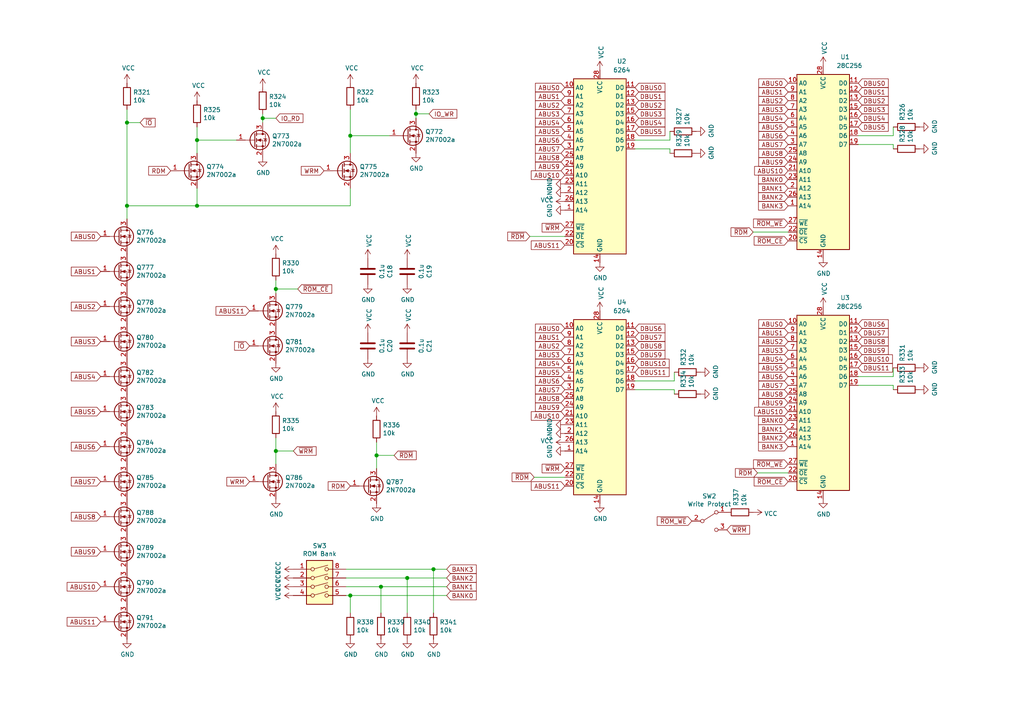
<source format=kicad_sch>
(kicad_sch (version 20210126) (generator eeschema)
  (paper "A4")
  (title_block (title "Q2 Memory") (date "2021-02-05") (rev "1") (company "joewing.net"))
  (lib_symbols
    (symbol "Device:C" (pin_numbers hide) (pin_names (offset 0.254))
      (property "Reference" "C" (at 0.635 2.54 0))
      (property "Value" "C" (at 0.635 -2.54 0))
      (symbol "C_0_1"
        (polyline (pts (xy -2.032 -0.762) (xy 2.032 -0.762)) (stroke (width 0.508)))
        (polyline (pts (xy -2.032 0.762) (xy 2.032 0.762)) (stroke (width 0.508)))
      )
      (symbol "C_1_1"
        (pin passive line (at 0 3.81 270) (length 2.794) (name "~") (number "1"))
        (pin passive line (at 0 -3.81 90) (length 2.794) (name "~") (number "2"))
      )
    )
    (symbol "Device:R" (pin_numbers hide) (pin_names (offset 0))
      (property "Reference" "R" (at 2.032 0 90))
      (property "Value" "R" (at 0 0 90))
      (symbol "R_0_1"
        (rectangle (start -1.016 -2.54) (end 1.016 2.54) (stroke (width 0.254)))
      )
      (symbol "R_1_1"
        (pin passive line (at 0 3.81 270) (length 1.27) (name "~") (number "1"))
        (pin passive line (at 0 -3.81 90) (length 1.27) (name "~") (number "2"))
      )
    )
    (symbol "Memory_EEPROM:28C256"
      (property "Reference" "U" (at -7.62 26.67 0))
      (property "Value" "28C256" (at 2.54 -26.67 0))
      (symbol "28C256_1_1"
        (rectangle (start -7.62 25.4) (end 7.62 -25.4) (stroke (width 0.254)) (fill (type background)))
        (pin input line (at -10.16 -12.7 0) (length 2.54) (name "A14") (number "1"))
        (pin input line (at -10.16 22.86 0) (length 2.54) (name "A0") (number "10"))
        (pin tri_state line (at 10.16 22.86 180) (length 2.54) (name "D0") (number "11"))
        (pin tri_state line (at 10.16 20.32 180) (length 2.54) (name "D1") (number "12"))
        (pin tri_state line (at 10.16 17.78 180) (length 2.54) (name "D2") (number "13"))
        (pin power_in line (at 0 -27.94 90) (length 2.54) (name "GND") (number "14"))
        (pin tri_state line (at 10.16 15.24 180) (length 2.54) (name "D3") (number "15"))
        (pin tri_state line (at 10.16 12.7 180) (length 2.54) (name "D4") (number "16"))
        (pin tri_state line (at 10.16 10.16 180) (length 2.54) (name "D5") (number "17"))
        (pin tri_state line (at 10.16 7.62 180) (length 2.54) (name "D6") (number "18"))
        (pin tri_state line (at 10.16 5.08 180) (length 2.54) (name "D7") (number "19"))
        (pin input line (at -10.16 -7.62 0) (length 2.54) (name "A12") (number "2"))
        (pin input line (at -10.16 -22.86 0) (length 2.54) (name "~CS") (number "20"))
        (pin input line (at -10.16 -2.54 0) (length 2.54) (name "A10") (number "21"))
        (pin input line (at -10.16 -20.32 0) (length 2.54) (name "~OE") (number "22"))
        (pin input line (at -10.16 -5.08 0) (length 2.54) (name "A11") (number "23"))
        (pin input line (at -10.16 0 0) (length 2.54) (name "A9") (number "24"))
        (pin input line (at -10.16 2.54 0) (length 2.54) (name "A8") (number "25"))
        (pin input line (at -10.16 -10.16 0) (length 2.54) (name "A13") (number "26"))
        (pin input line (at -10.16 -17.78 0) (length 2.54) (name "~WE") (number "27"))
        (pin power_in line (at 0 27.94 270) (length 2.54) (name "VCC") (number "28"))
        (pin input line (at -10.16 5.08 0) (length 2.54) (name "A7") (number "3"))
        (pin input line (at -10.16 7.62 0) (length 2.54) (name "A6") (number "4"))
        (pin input line (at -10.16 10.16 0) (length 2.54) (name "A5") (number "5"))
        (pin input line (at -10.16 12.7 0) (length 2.54) (name "A4") (number "6"))
        (pin input line (at -10.16 15.24 0) (length 2.54) (name "A3") (number "7"))
        (pin input line (at -10.16 17.78 0) (length 2.54) (name "A2") (number "8"))
        (pin input line (at -10.16 20.32 0) (length 2.54) (name "A1") (number "9"))
      )
    )
    (symbol "Switch:SW_DIP_x04" (pin_names (offset 0) hide)
      (property "Reference" "SW" (at 0 8.89 0))
      (property "Value" "SW_DIP_x04" (at 0 -6.35 0))
      (symbol "SW_DIP_x04_0_0"
        (circle (center -2.032 -2.54) (radius 0.508))
        (circle (center -2.032 0) (radius 0.508))
        (circle (center -2.032 2.54) (radius 0.508))
        (circle (center -2.032 5.08) (radius 0.508))
        (circle (center 2.032 -2.54) (radius 0.508))
        (circle (center 2.032 0) (radius 0.508))
        (circle (center 2.032 2.54) (radius 0.508))
        (circle (center 2.032 5.08) (radius 0.508))
        (polyline (pts (xy -1.524 -2.3876) (xy 2.3622 -1.3462)))
        (polyline (pts (xy -1.524 0.127) (xy 2.3622 1.1684)))
        (polyline (pts (xy -1.524 2.667) (xy 2.3622 3.7084)))
        (polyline (pts (xy -1.524 5.207) (xy 2.3622 6.2484)))
      )
      (symbol "SW_DIP_x04_0_1"
        (rectangle (start -3.81 7.62) (end 3.81 -5.08) (stroke (width 0.254)) (fill (type background)))
      )
      (symbol "SW_DIP_x04_1_1"
        (pin passive line (at -7.62 5.08 0) (length 5.08) (name "~") (number "1"))
        (pin passive line (at -7.62 2.54 0) (length 5.08) (name "~") (number "2"))
        (pin passive line (at -7.62 0 0) (length 5.08) (name "~") (number "3"))
        (pin passive line (at -7.62 -2.54 0) (length 5.08) (name "~") (number "4"))
        (pin passive line (at 7.62 -2.54 180) (length 5.08) (name "~") (number "5"))
        (pin passive line (at 7.62 0 180) (length 5.08) (name "~") (number "6"))
        (pin passive line (at 7.62 2.54 180) (length 5.08) (name "~") (number "7"))
        (pin passive line (at 7.62 5.08 180) (length 5.08) (name "~") (number "8"))
      )
    )
    (symbol "Switch:SW_SPDT" (pin_names (offset 0) hide)
      (property "Reference" "SW" (at 0 4.318 0))
      (property "Value" "SW_SPDT" (at 0 -5.08 0))
      (symbol "SW_SPDT_0_0"
        (circle (center -2.032 0) (radius 0.508))
        (circle (center 2.032 -2.54) (radius 0.508))
      )
      (symbol "SW_SPDT_0_1"
        (circle (center 2.032 2.54) (radius 0.508))
        (polyline (pts (xy -1.524 0.254) (xy 1.651 2.286)))
      )
      (symbol "SW_SPDT_1_1"
        (pin passive line (at 5.08 2.54 180) (length 2.54) (name "A") (number "1"))
        (pin passive line (at -5.08 0 0) (length 2.54) (name "B") (number "2"))
        (pin passive line (at 5.08 -2.54 180) (length 2.54) (name "C") (number "3"))
      )
    )
    (symbol "Transistor_FET:2N7002" (pin_names hide)
      (property "Reference" "Q" (at 5.08 1.905 0))
      (property "Value" "2N7002" (at 5.08 0 0))
      (symbol "2N7002_0_1"
        (circle (center 1.651 0) (radius 2.794) (stroke (width 0.254)))
        (circle (center 2.54 -1.778) (radius 0.254) (fill (type outline)))
        (circle (center 2.54 1.778) (radius 0.254) (fill (type outline)))
        (polyline (pts (xy 0.254 0) (xy -2.54 0)))
        (polyline (pts (xy 0.254 1.905) (xy 0.254 -1.905)) (stroke (width 0.254)))
        (polyline (pts (xy 0.762 -1.27) (xy 0.762 -2.286)) (stroke (width 0.254)))
        (polyline (pts (xy 0.762 0.508) (xy 0.762 -0.508)) (stroke (width 0.254)))
        (polyline (pts (xy 0.762 2.286) (xy 0.762 1.27)) (stroke (width 0.254)))
        (polyline (pts (xy 2.54 2.54) (xy 2.54 1.778)))
        (polyline (pts (xy 2.54 -2.54) (xy 2.54 0) (xy 0.762 0)))
        (polyline (pts (xy 0.762 -1.778) (xy 3.302 -1.778) (xy 3.302 1.778) (xy 0.762 1.778)))
        (polyline (pts (xy 1.016 0) (xy 2.032 0.381) (xy 2.032 -0.381) (xy 1.016 0)) (fill (type outline)))
        (polyline (pts (xy 2.794 0.508) (xy 2.921 0.381) (xy 3.683 0.381) (xy 3.81 0.254)))
        (polyline (pts (xy 3.302 0.381) (xy 2.921 -0.254) (xy 3.683 -0.254) (xy 3.302 0.381)))
      )
      (symbol "2N7002_1_1"
        (pin input line (at -5.08 0 0) (length 2.54) (name "G") (number "1"))
        (pin passive line (at 2.54 -5.08 90) (length 2.54) (name "S") (number "2"))
        (pin passive line (at 2.54 5.08 270) (length 2.54) (name "D") (number "3"))
      )
    )
    (symbol "power:GND" (power) (pin_names (offset 0))
      (property "Value" "GND" (at 0 -3.81 0))
      (symbol "GND_0_1"
        (polyline (pts (xy 0 0) (xy 0 -1.27) (xy 1.27 -1.27) (xy 0 -2.54) (xy -1.27 -1.27) (xy 0 -1.27)))
      )
      (symbol "GND_1_1"
        (pin power_in line (at 0 0 270) (length 0) hide (name "GND") (number "1"))
      )
    )
    (symbol "power:VCC" (power) (pin_names (offset 0))
      (property "Value" "VCC" (at 0 3.81 0))
      (symbol "VCC_0_1"
        (polyline (pts (xy -0.762 1.27) (xy 0 2.54)))
        (polyline (pts (xy 0 0) (xy 0 2.54)))
        (polyline (pts (xy 0 2.54) (xy 0.762 1.27)))
      )
      (symbol "VCC_1_1"
        (pin power_in line (at 0 0 90) (length 0) hide (name "VCC") (number "1"))
      )
    )
  )
  (junction (at 36.83 35.56) (diameter 1.016))
  (junction (at 36.83 59.69) (diameter 1.016))
  (junction (at 57.15 40.64) (diameter 1.016))
  (junction (at 57.15 59.69) (diameter 1.016))
  (junction (at 76.2 34.29) (diameter 1.016))
  (junction (at 80.01 83.82) (diameter 1.016))
  (junction (at 80.01 130.81) (diameter 1.016))
  (junction (at 101.6 39.37) (diameter 1.016))
  (junction (at 101.6 172.72) (diameter 1.016))
  (junction (at 109.22 132.08) (diameter 1.016))
  (junction (at 110.49 170.18) (diameter 1.016))
  (junction (at 118.11 167.64) (diameter 1.016))
  (junction (at 120.65 33.02) (diameter 1.016))
  (junction (at 125.73 165.1) (diameter 1.016))
  (wire (pts (xy 36.83 31.75) (xy 36.83 35.56)))
  (wire (pts (xy 36.83 35.56) (xy 36.83 59.69)))
  (wire (pts (xy 36.83 59.69) (xy 36.83 63.5)))
  (wire (pts (xy 36.83 59.69) (xy 57.15 59.69)))
  (wire (pts (xy 40.64 35.56) (xy 36.83 35.56)))
  (wire (pts (xy 57.15 36.83) (xy 57.15 40.64)))
  (wire (pts (xy 57.15 40.64) (xy 57.15 44.45)))
  (wire (pts (xy 57.15 54.61) (xy 57.15 59.69)))
  (wire (pts (xy 57.15 59.69) (xy 101.6 59.69)))
  (wire (pts (xy 68.58 40.64) (xy 57.15 40.64)))
  (wire (pts (xy 76.2 33.02) (xy 76.2 34.29)))
  (wire (pts (xy 76.2 34.29) (xy 76.2 35.56)))
  (wire (pts (xy 76.2 34.29) (xy 80.01 34.29)))
  (wire (pts (xy 80.01 81.28) (xy 80.01 83.82)))
  (wire (pts (xy 80.01 83.82) (xy 80.01 85.09)))
  (wire (pts (xy 80.01 127) (xy 80.01 130.81)))
  (wire (pts (xy 80.01 130.81) (xy 80.01 134.62)))
  (wire (pts (xy 85.09 130.81) (xy 80.01 130.81)))
  (wire (pts (xy 86.36 83.82) (xy 80.01 83.82)))
  (wire (pts (xy 100.33 165.1) (xy 125.73 165.1)))
  (wire (pts (xy 100.33 170.18) (xy 110.49 170.18)))
  (wire (pts (xy 101.6 31.75) (xy 101.6 39.37)))
  (wire (pts (xy 101.6 39.37) (xy 101.6 44.45)))
  (wire (pts (xy 101.6 59.69) (xy 101.6 54.61)))
  (wire (pts (xy 101.6 172.72) (xy 100.33 172.72)))
  (wire (pts (xy 101.6 177.8) (xy 101.6 172.72)))
  (wire (pts (xy 109.22 128.27) (xy 109.22 132.08)))
  (wire (pts (xy 109.22 132.08) (xy 109.22 135.89)))
  (wire (pts (xy 110.49 170.18) (xy 129.54 170.18)))
  (wire (pts (xy 110.49 177.8) (xy 110.49 170.18)))
  (wire (pts (xy 113.03 39.37) (xy 101.6 39.37)))
  (wire (pts (xy 114.3 132.08) (xy 109.22 132.08)))
  (wire (pts (xy 118.11 167.64) (xy 100.33 167.64)))
  (wire (pts (xy 118.11 177.8) (xy 118.11 167.64)))
  (wire (pts (xy 120.65 31.75) (xy 120.65 33.02)))
  (wire (pts (xy 120.65 33.02) (xy 120.65 34.29)))
  (wire (pts (xy 120.65 33.02) (xy 124.46 33.02)))
  (wire (pts (xy 125.73 165.1) (xy 129.54 165.1)))
  (wire (pts (xy 125.73 177.8) (xy 125.73 165.1)))
  (wire (pts (xy 129.54 167.64) (xy 118.11 167.64)))
  (wire (pts (xy 129.54 172.72) (xy 101.6 172.72)))
  (wire (pts (xy 153.67 68.58) (xy 163.83 68.58)))
  (wire (pts (xy 163.83 138.43) (xy 154.94 138.43)))
  (wire (pts (xy 184.15 110.49) (xy 195.58 110.49)))
  (wire (pts (xy 184.15 113.03) (xy 195.58 113.03)))
  (wire (pts (xy 194.31 38.1) (xy 194.31 40.64)))
  (wire (pts (xy 194.31 40.64) (xy 184.15 40.64)))
  (wire (pts (xy 194.31 43.18) (xy 184.15 43.18)))
  (wire (pts (xy 194.31 44.45) (xy 194.31 43.18)))
  (wire (pts (xy 195.58 107.95) (xy 195.58 110.49)))
  (wire (pts (xy 195.58 114.3) (xy 195.58 113.03)))
  (wire (pts (xy 228.6 67.31) (xy 218.44 67.31)))
  (wire (pts (xy 228.6 137.16) (xy 219.71 137.16)))
  (wire (pts (xy 259.08 36.83) (xy 259.08 39.37)))
  (wire (pts (xy 259.08 39.37) (xy 248.92 39.37)))
  (wire (pts (xy 259.08 41.91) (xy 248.92 41.91)))
  (wire (pts (xy 259.08 43.18) (xy 259.08 41.91)))
  (wire (pts (xy 259.08 106.68) (xy 259.08 109.22)))
  (wire (pts (xy 259.08 109.22) (xy 248.92 109.22)))
  (wire (pts (xy 259.08 111.76) (xy 248.92 111.76)))
  (wire (pts (xy 259.08 113.03) (xy 259.08 111.76)))
  (global_label "ABUS0" (shape input) (at 29.21 68.58 180) (property "Intersheet References" "${INTERSHEET_REFS}" (effects hide)))
  (global_label "ABUS1" (shape input) (at 29.21 78.74 180) (property "Intersheet References" "${INTERSHEET_REFS}" (effects hide)))
  (global_label "ABUS2" (shape input) (at 29.21 88.9 180) (property "Intersheet References" "${INTERSHEET_REFS}" (effects hide)))
  (global_label "ABUS3" (shape input) (at 29.21 99.06 180) (property "Intersheet References" "${INTERSHEET_REFS}" (effects hide)))
  (global_label "ABUS4" (shape input) (at 29.21 109.22 180) (property "Intersheet References" "${INTERSHEET_REFS}" (effects hide)))
  (global_label "ABUS5" (shape input) (at 29.21 119.38 180) (property "Intersheet References" "${INTERSHEET_REFS}" (effects hide)))
  (global_label "ABUS6" (shape input) (at 29.21 129.54 180) (property "Intersheet References" "${INTERSHEET_REFS}" (effects hide)))
  (global_label "ABUS7" (shape input) (at 29.21 139.7 180) (property "Intersheet References" "${INTERSHEET_REFS}" (effects hide)))
  (global_label "ABUS8" (shape input) (at 29.21 149.86 180) (property "Intersheet References" "${INTERSHEET_REFS}" (effects hide)))
  (global_label "ABUS9" (shape input) (at 29.21 160.02 180) (property "Intersheet References" "${INTERSHEET_REFS}" (effects hide)))
  (global_label "ABUS10" (shape input) (at 29.21 170.18 180) (property "Intersheet References" "${INTERSHEET_REFS}" (effects hide)))
  (global_label "ABUS11" (shape input) (at 29.21 180.34 180) (property "Intersheet References" "${INTERSHEET_REFS}" (effects hide)))
  (global_label "~IO" (shape input) (at 40.64 35.56 0) (property "Intersheet References" "${INTERSHEET_REFS}" (effects hide)))
  (global_label "RDM" (shape input) (at 49.53 49.53 180) (property "Intersheet References" "${INTERSHEET_REFS}" (effects hide)))
  (global_label "ABUS11" (shape input) (at 72.39 90.17 180) (property "Intersheet References" "${INTERSHEET_REFS}" (effects hide)))
  (global_label "~IO" (shape input) (at 72.39 100.33 180) (property "Intersheet References" "${INTERSHEET_REFS}" (effects hide)))
  (global_label "WRM" (shape input) (at 72.39 139.7 180) (property "Intersheet References" "${INTERSHEET_REFS}" (effects hide)))
  (global_label "IO_RD" (shape input) (at 80.01 34.29 0) (property "Intersheet References" "${INTERSHEET_REFS}" (effects hide)))
  (global_label "~WRM" (shape input) (at 85.09 130.81 0) (property "Intersheet References" "${INTERSHEET_REFS}" (effects hide)))
  (global_label "~ROM_CE" (shape input) (at 86.36 83.82 0) (property "Intersheet References" "${INTERSHEET_REFS}" (effects hide)))
  (global_label "WRM" (shape input) (at 93.98 49.53 180) (property "Intersheet References" "${INTERSHEET_REFS}" (effects hide)))
  (global_label "RDM" (shape input) (at 101.6 140.97 180) (property "Intersheet References" "${INTERSHEET_REFS}" (effects hide)))
  (global_label "~RDM" (shape input) (at 114.3 132.08 0) (property "Intersheet References" "${INTERSHEET_REFS}" (effects hide)))
  (global_label "IO_WR" (shape input) (at 124.46 33.02 0) (property "Intersheet References" "${INTERSHEET_REFS}" (effects hide)))
  (global_label "BANK3" (shape input) (at 129.54 165.1 0) (property "Intersheet References" "${INTERSHEET_REFS}" (effects hide)))
  (global_label "BANK2" (shape input) (at 129.54 167.64 0) (property "Intersheet References" "${INTERSHEET_REFS}" (effects hide)))
  (global_label "BANK1" (shape input) (at 129.54 170.18 0) (property "Intersheet References" "${INTERSHEET_REFS}" (effects hide)))
  (global_label "BANK0" (shape input) (at 129.54 172.72 0) (property "Intersheet References" "${INTERSHEET_REFS}" (effects hide)))
  (global_label "~RDM" (shape input) (at 153.67 68.58 180) (property "Intersheet References" "${INTERSHEET_REFS}" (effects hide)))
  (global_label "~RDM" (shape input) (at 154.94 138.43 180) (property "Intersheet References" "${INTERSHEET_REFS}" (effects hide)))
  (global_label "ABUS0" (shape input) (at 163.83 25.4 180) (property "Intersheet References" "${INTERSHEET_REFS}" (effects hide)))
  (global_label "ABUS1" (shape input) (at 163.83 27.94 180) (property "Intersheet References" "${INTERSHEET_REFS}" (effects hide)))
  (global_label "ABUS2" (shape input) (at 163.83 30.48 180) (property "Intersheet References" "${INTERSHEET_REFS}" (effects hide)))
  (global_label "ABUS3" (shape input) (at 163.83 33.02 180) (property "Intersheet References" "${INTERSHEET_REFS}" (effects hide)))
  (global_label "ABUS4" (shape input) (at 163.83 35.56 180) (property "Intersheet References" "${INTERSHEET_REFS}" (effects hide)))
  (global_label "ABUS5" (shape input) (at 163.83 38.1 180) (property "Intersheet References" "${INTERSHEET_REFS}" (effects hide)))
  (global_label "ABUS6" (shape input) (at 163.83 40.64 180) (property "Intersheet References" "${INTERSHEET_REFS}" (effects hide)))
  (global_label "ABUS7" (shape input) (at 163.83 43.18 180) (property "Intersheet References" "${INTERSHEET_REFS}" (effects hide)))
  (global_label "ABUS8" (shape input) (at 163.83 45.72 180) (property "Intersheet References" "${INTERSHEET_REFS}" (effects hide)))
  (global_label "ABUS9" (shape input) (at 163.83 48.26 180) (property "Intersheet References" "${INTERSHEET_REFS}" (effects hide)))
  (global_label "ABUS10" (shape input) (at 163.83 50.8 180) (property "Intersheet References" "${INTERSHEET_REFS}" (effects hide)))
  (global_label "~WRM" (shape input) (at 163.83 66.04 180) (property "Intersheet References" "${INTERSHEET_REFS}" (effects hide)))
  (global_label "ABUS11" (shape input) (at 163.83 71.12 180) (property "Intersheet References" "${INTERSHEET_REFS}" (effects hide)))
  (global_label "ABUS0" (shape input) (at 163.83 95.25 180) (property "Intersheet References" "${INTERSHEET_REFS}" (effects hide)))
  (global_label "ABUS1" (shape input) (at 163.83 97.79 180) (property "Intersheet References" "${INTERSHEET_REFS}" (effects hide)))
  (global_label "ABUS2" (shape input) (at 163.83 100.33 180) (property "Intersheet References" "${INTERSHEET_REFS}" (effects hide)))
  (global_label "ABUS3" (shape input) (at 163.83 102.87 180) (property "Intersheet References" "${INTERSHEET_REFS}" (effects hide)))
  (global_label "ABUS4" (shape input) (at 163.83 105.41 180) (property "Intersheet References" "${INTERSHEET_REFS}" (effects hide)))
  (global_label "ABUS5" (shape input) (at 163.83 107.95 180) (property "Intersheet References" "${INTERSHEET_REFS}" (effects hide)))
  (global_label "ABUS6" (shape input) (at 163.83 110.49 180) (property "Intersheet References" "${INTERSHEET_REFS}" (effects hide)))
  (global_label "ABUS7" (shape input) (at 163.83 113.03 180) (property "Intersheet References" "${INTERSHEET_REFS}" (effects hide)))
  (global_label "ABUS8" (shape input) (at 163.83 115.57 180) (property "Intersheet References" "${INTERSHEET_REFS}" (effects hide)))
  (global_label "ABUS9" (shape input) (at 163.83 118.11 180) (property "Intersheet References" "${INTERSHEET_REFS}" (effects hide)))
  (global_label "ABUS10" (shape input) (at 163.83 120.65 180) (property "Intersheet References" "${INTERSHEET_REFS}" (effects hide)))
  (global_label "~WRM" (shape input) (at 163.83 135.89 180) (property "Intersheet References" "${INTERSHEET_REFS}" (effects hide)))
  (global_label "ABUS11" (shape input) (at 163.83 140.97 180) (property "Intersheet References" "${INTERSHEET_REFS}" (effects hide)))
  (global_label "DBUS0" (shape input) (at 184.15 25.4 0) (property "Intersheet References" "${INTERSHEET_REFS}" (effects hide)))
  (global_label "DBUS1" (shape input) (at 184.15 27.94 0) (property "Intersheet References" "${INTERSHEET_REFS}" (effects hide)))
  (global_label "DBUS2" (shape input) (at 184.15 30.48 0) (property "Intersheet References" "${INTERSHEET_REFS}" (effects hide)))
  (global_label "DBUS3" (shape input) (at 184.15 33.02 0) (property "Intersheet References" "${INTERSHEET_REFS}" (effects hide)))
  (global_label "DBUS4" (shape input) (at 184.15 35.56 0) (property "Intersheet References" "${INTERSHEET_REFS}" (effects hide)))
  (global_label "DBUS5" (shape input) (at 184.15 38.1 0) (property "Intersheet References" "${INTERSHEET_REFS}" (effects hide)))
  (global_label "DBUS6" (shape input) (at 184.15 95.25 0) (property "Intersheet References" "${INTERSHEET_REFS}" (effects hide)))
  (global_label "DBUS7" (shape input) (at 184.15 97.79 0) (property "Intersheet References" "${INTERSHEET_REFS}" (effects hide)))
  (global_label "DBUS8" (shape input) (at 184.15 100.33 0) (property "Intersheet References" "${INTERSHEET_REFS}" (effects hide)))
  (global_label "DBUS9" (shape input) (at 184.15 102.87 0) (property "Intersheet References" "${INTERSHEET_REFS}" (effects hide)))
  (global_label "DBUS10" (shape input) (at 184.15 105.41 0) (property "Intersheet References" "${INTERSHEET_REFS}" (effects hide)))
  (global_label "DBUS11" (shape input) (at 184.15 107.95 0) (property "Intersheet References" "${INTERSHEET_REFS}" (effects hide)))
  (global_label "~ROM_WE" (shape input) (at 200.66 151.13 180) (property "Intersheet References" "${INTERSHEET_REFS}" (effects hide)))
  (global_label "~WRM" (shape input) (at 210.82 153.67 0) (property "Intersheet References" "${INTERSHEET_REFS}" (effects hide)))
  (global_label "~RDM" (shape input) (at 218.44 67.31 180) (property "Intersheet References" "${INTERSHEET_REFS}" (effects hide)))
  (global_label "~RDM" (shape input) (at 219.71 137.16 180) (property "Intersheet References" "${INTERSHEET_REFS}" (effects hide)))
  (global_label "ABUS0" (shape input) (at 228.6 24.13 180) (property "Intersheet References" "${INTERSHEET_REFS}" (effects hide)))
  (global_label "ABUS1" (shape input) (at 228.6 26.67 180) (property "Intersheet References" "${INTERSHEET_REFS}" (effects hide)))
  (global_label "ABUS2" (shape input) (at 228.6 29.21 180) (property "Intersheet References" "${INTERSHEET_REFS}" (effects hide)))
  (global_label "ABUS3" (shape input) (at 228.6 31.75 180) (property "Intersheet References" "${INTERSHEET_REFS}" (effects hide)))
  (global_label "ABUS4" (shape input) (at 228.6 34.29 180) (property "Intersheet References" "${INTERSHEET_REFS}" (effects hide)))
  (global_label "ABUS5" (shape input) (at 228.6 36.83 180) (property "Intersheet References" "${INTERSHEET_REFS}" (effects hide)))
  (global_label "ABUS6" (shape input) (at 228.6 39.37 180) (property "Intersheet References" "${INTERSHEET_REFS}" (effects hide)))
  (global_label "ABUS7" (shape input) (at 228.6 41.91 180) (property "Intersheet References" "${INTERSHEET_REFS}" (effects hide)))
  (global_label "ABUS8" (shape input) (at 228.6 44.45 180) (property "Intersheet References" "${INTERSHEET_REFS}" (effects hide)))
  (global_label "ABUS9" (shape input) (at 228.6 46.99 180) (property "Intersheet References" "${INTERSHEET_REFS}" (effects hide)))
  (global_label "ABUS10" (shape input) (at 228.6 49.53 180) (property "Intersheet References" "${INTERSHEET_REFS}" (effects hide)))
  (global_label "BANK0" (shape input) (at 228.6 52.07 180) (property "Intersheet References" "${INTERSHEET_REFS}" (effects hide)))
  (global_label "BANK1" (shape input) (at 228.6 54.61 180) (property "Intersheet References" "${INTERSHEET_REFS}" (effects hide)))
  (global_label "BANK2" (shape input) (at 228.6 57.15 180) (property "Intersheet References" "${INTERSHEET_REFS}" (effects hide)))
  (global_label "BANK3" (shape input) (at 228.6 59.69 180) (property "Intersheet References" "${INTERSHEET_REFS}" (effects hide)))
  (global_label "~ROM_WE" (shape input) (at 228.6 64.77 180) (property "Intersheet References" "${INTERSHEET_REFS}" (effects hide)))
  (global_label "~ROM_CE" (shape input) (at 228.6 69.85 180) (property "Intersheet References" "${INTERSHEET_REFS}" (effects hide)))
  (global_label "ABUS0" (shape input) (at 228.6 93.98 180) (property "Intersheet References" "${INTERSHEET_REFS}" (effects hide)))
  (global_label "ABUS1" (shape input) (at 228.6 96.52 180) (property "Intersheet References" "${INTERSHEET_REFS}" (effects hide)))
  (global_label "ABUS2" (shape input) (at 228.6 99.06 180) (property "Intersheet References" "${INTERSHEET_REFS}" (effects hide)))
  (global_label "ABUS3" (shape input) (at 228.6 101.6 180) (property "Intersheet References" "${INTERSHEET_REFS}" (effects hide)))
  (global_label "ABUS4" (shape input) (at 228.6 104.14 180) (property "Intersheet References" "${INTERSHEET_REFS}" (effects hide)))
  (global_label "ABUS5" (shape input) (at 228.6 106.68 180) (property "Intersheet References" "${INTERSHEET_REFS}" (effects hide)))
  (global_label "ABUS6" (shape input) (at 228.6 109.22 180) (property "Intersheet References" "${INTERSHEET_REFS}" (effects hide)))
  (global_label "ABUS7" (shape input) (at 228.6 111.76 180) (property "Intersheet References" "${INTERSHEET_REFS}" (effects hide)))
  (global_label "ABUS8" (shape input) (at 228.6 114.3 180) (property "Intersheet References" "${INTERSHEET_REFS}" (effects hide)))
  (global_label "ABUS9" (shape input) (at 228.6 116.84 180) (property "Intersheet References" "${INTERSHEET_REFS}" (effects hide)))
  (global_label "ABUS10" (shape input) (at 228.6 119.38 180) (property "Intersheet References" "${INTERSHEET_REFS}" (effects hide)))
  (global_label "BANK0" (shape input) (at 228.6 121.92 180) (property "Intersheet References" "${INTERSHEET_REFS}" (effects hide)))
  (global_label "BANK1" (shape input) (at 228.6 124.46 180) (property "Intersheet References" "${INTERSHEET_REFS}" (effects hide)))
  (global_label "BANK2" (shape input) (at 228.6 127 180) (property "Intersheet References" "${INTERSHEET_REFS}" (effects hide)))
  (global_label "BANK3" (shape input) (at 228.6 129.54 180) (property "Intersheet References" "${INTERSHEET_REFS}" (effects hide)))
  (global_label "~ROM_WE" (shape input) (at 228.6 134.62 180) (property "Intersheet References" "${INTERSHEET_REFS}" (effects hide)))
  (global_label "~ROM_CE" (shape input) (at 228.6 139.7 180) (property "Intersheet References" "${INTERSHEET_REFS}" (effects hide)))
  (global_label "DBUS0" (shape input) (at 248.92 24.13 0) (property "Intersheet References" "${INTERSHEET_REFS}" (effects hide)))
  (global_label "DBUS1" (shape input) (at 248.92 26.67 0) (property "Intersheet References" "${INTERSHEET_REFS}" (effects hide)))
  (global_label "DBUS2" (shape input) (at 248.92 29.21 0) (property "Intersheet References" "${INTERSHEET_REFS}" (effects hide)))
  (global_label "DBUS3" (shape input) (at 248.92 31.75 0) (property "Intersheet References" "${INTERSHEET_REFS}" (effects hide)))
  (global_label "DBUS4" (shape input) (at 248.92 34.29 0) (property "Intersheet References" "${INTERSHEET_REFS}" (effects hide)))
  (global_label "DBUS5" (shape input) (at 248.92 36.83 0) (property "Intersheet References" "${INTERSHEET_REFS}" (effects hide)))
  (global_label "DBUS6" (shape input) (at 248.92 93.98 0) (property "Intersheet References" "${INTERSHEET_REFS}" (effects hide)))
  (global_label "DBUS7" (shape input) (at 248.92 96.52 0) (property "Intersheet References" "${INTERSHEET_REFS}" (effects hide)))
  (global_label "DBUS8" (shape input) (at 248.92 99.06 0) (property "Intersheet References" "${INTERSHEET_REFS}" (effects hide)))
  (global_label "DBUS9" (shape input) (at 248.92 101.6 0) (property "Intersheet References" "${INTERSHEET_REFS}" (effects hide)))
  (global_label "DBUS10" (shape input) (at 248.92 104.14 0) (property "Intersheet References" "${INTERSHEET_REFS}" (effects hide)))
  (global_label "DBUS11" (shape input) (at 248.92 106.68 0) (property "Intersheet References" "${INTERSHEET_REFS}" (effects hide)))
  (symbol (lib_id "power:VCC") (at 36.83 24.13 0) (unit 1)
    (property "Reference" "#PWR0657" (effects hide))
    (property "Value" "VCC" (at 37.2618 19.7358 0))
  )
  (symbol (lib_id "power:VCC") (at 57.15 29.21 0) (unit 1)
    (property "Reference" "#PWR0661" (effects hide))
    (property "Value" "VCC" (at 57.5818 24.8158 0))
  )
  (symbol (lib_id "power:VCC") (at 76.2 25.4 0) (unit 1)
    (property "Reference" "#PWR0660" (effects hide))
    (property "Value" "VCC" (at 76.6318 21.0058 0))
  )
  (symbol (lib_id "power:VCC") (at 80.01 73.66 0) (unit 1)
    (property "Reference" "#PWR0672" (effects hide))
    (property "Value" "VCC" (at 80.4418 69.2658 0))
  )
  (symbol (lib_id "power:VCC") (at 80.01 119.38 0) (unit 1)
    (property "Reference" "#PWR0690" (effects hide))
    (property "Value" "VCC" (at 80.4418 114.9858 0))
  )
  (symbol (lib_id "power:VCC") (at 85.09 165.1 90) (unit 1)
    (property "Reference" "#PWR0701" (effects hide))
    (property "Value" "VCC" (at 80.6958 164.6682 0))
  )
  (symbol (lib_id "power:VCC") (at 85.09 167.64 90) (unit 1)
    (property "Reference" "#PWR0702" (effects hide))
    (property "Value" "VCC" (at 80.6958 167.2082 0))
  )
  (symbol (lib_id "power:VCC") (at 85.09 170.18 90) (unit 1)
    (property "Reference" "#PWR0703" (effects hide))
    (property "Value" "VCC" (at 80.6958 169.7482 0))
  )
  (symbol (lib_id "power:VCC") (at 85.09 172.72 90) (unit 1)
    (property "Reference" "#PWR0704" (effects hide))
    (property "Value" "VCC" (at 80.6958 172.2882 0))
  )
  (symbol (lib_id "power:VCC") (at 101.6 24.13 0) (unit 1)
    (property "Reference" "#PWR0658" (effects hide))
    (property "Value" "VCC" (at 102.0318 19.7358 0))
  )
  (symbol (lib_id "power:VCC") (at 106.68 74.93 0) (unit 1)
    (property "Reference" "#PWR0673" (effects hide))
    (property "Value" "VCC" (at 107.061 71.7042 90) (effects (justify left)))
  )
  (symbol (lib_id "power:VCC") (at 106.68 96.52 0) (unit 1)
    (property "Reference" "#PWR0681" (effects hide))
    (property "Value" "VCC" (at 107.061 93.2942 90) (effects (justify left)))
  )
  (symbol (lib_id "power:VCC") (at 109.22 120.65 0) (unit 1)
    (property "Reference" "#PWR0691" (effects hide))
    (property "Value" "VCC" (at 109.6518 116.2558 0))
  )
  (symbol (lib_id "power:VCC") (at 118.11 74.93 0) (unit 1)
    (property "Reference" "#PWR0674" (effects hide))
    (property "Value" "VCC" (at 118.491 71.7042 90) (effects (justify left)))
  )
  (symbol (lib_id "power:VCC") (at 118.11 96.52 0) (unit 1)
    (property "Reference" "#PWR0682" (effects hide))
    (property "Value" "VCC" (at 118.491 93.2942 90) (effects (justify left)))
  )
  (symbol (lib_id "power:VCC") (at 120.65 24.13 0) (unit 1)
    (property "Reference" "#PWR0659" (effects hide))
    (property "Value" "VCC" (at 121.0818 19.7358 0))
  )
  (symbol (lib_id "power:VCC") (at 163.83 58.42 90) (unit 1)
    (property "Reference" "#PWR0670" (effects hide))
    (property "Value" "VCC" (at 160.6042 58.039 90) (effects (justify left)))
  )
  (symbol (lib_id "power:VCC") (at 163.83 128.27 90) (unit 1)
    (property "Reference" "#PWR0694" (effects hide))
    (property "Value" "VCC" (at 160.6042 127.889 90) (effects (justify left)))
  )
  (symbol (lib_id "power:VCC") (at 173.99 20.32 0) (unit 1)
    (property "Reference" "#PWR0656" (effects hide))
    (property "Value" "VCC" (at 174.371 17.0942 90) (effects (justify left)))
  )
  (symbol (lib_id "power:VCC") (at 173.99 90.17 0) (unit 1)
    (property "Reference" "#PWR0680" (effects hide))
    (property "Value" "VCC" (at 174.371 86.9442 90) (effects (justify left)))
  )
  (symbol (lib_id "power:VCC") (at 218.44 148.59 270) (unit 1)
    (property "Reference" "#PWR0700" (effects hide))
    (property "Value" "VCC" (at 221.6658 148.971 90) (effects (justify left)))
  )
  (symbol (lib_id "power:VCC") (at 238.76 19.05 0) (unit 1)
    (property "Reference" "#PWR0655" (effects hide))
    (property "Value" "VCC" (at 239.141 15.8242 90) (effects (justify left)))
  )
  (symbol (lib_id "power:VCC") (at 238.76 88.9 0) (unit 1)
    (property "Reference" "#PWR0679" (effects hide))
    (property "Value" "VCC" (at 239.141 85.6742 90) (effects (justify left)))
  )
  (symbol (lib_id "power:GND") (at 36.83 185.42 0) (unit 1)
    (property "Reference" "#PWR0705" (effects hide))
    (property "Value" "GND" (at 36.957 189.8142 0))
  )
  (symbol (lib_id "power:GND") (at 76.2 45.72 0) (unit 1)
    (property "Reference" "#PWR0667" (effects hide))
    (property "Value" "GND" (at 76.327 50.1142 0))
  )
  (symbol (lib_id "power:GND") (at 80.01 105.41 0) (unit 1)
    (property "Reference" "#PWR0685" (effects hide))
    (property "Value" "GND" (at 80.137 109.8042 0))
  )
  (symbol (lib_id "power:GND") (at 80.01 144.78 0) (unit 1)
    (property "Reference" "#PWR0696" (effects hide))
    (property "Value" "GND" (at 80.137 149.1742 0))
  )
  (symbol (lib_id "power:GND") (at 101.6 185.42 0) (unit 1)
    (property "Reference" "#PWR0706" (effects hide))
    (property "Value" "GND" (at 101.727 189.8142 0))
  )
  (symbol (lib_id "power:GND") (at 106.68 82.55 0) (unit 1)
    (property "Reference" "#PWR0677" (effects hide))
    (property "Value" "GND" (at 106.807 86.9442 0))
  )
  (symbol (lib_id "power:GND") (at 106.68 104.14 0) (unit 1)
    (property "Reference" "#PWR0683" (effects hide))
    (property "Value" "GND" (at 106.807 108.5342 0))
  )
  (symbol (lib_id "power:GND") (at 109.22 146.05 0) (unit 1)
    (property "Reference" "#PWR0698" (effects hide))
    (property "Value" "GND" (at 109.347 150.4442 0))
  )
  (symbol (lib_id "power:GND") (at 110.49 185.42 0) (unit 1)
    (property "Reference" "#PWR0707" (effects hide))
    (property "Value" "GND" (at 110.617 189.8142 0))
  )
  (symbol (lib_id "power:GND") (at 118.11 82.55 0) (unit 1)
    (property "Reference" "#PWR0678" (effects hide))
    (property "Value" "GND" (at 118.237 86.9442 0))
  )
  (symbol (lib_id "power:GND") (at 118.11 104.14 0) (unit 1)
    (property "Reference" "#PWR0684" (effects hide))
    (property "Value" "GND" (at 118.237 108.5342 0))
  )
  (symbol (lib_id "power:GND") (at 118.11 185.42 0) (unit 1)
    (property "Reference" "#PWR0708" (effects hide))
    (property "Value" "GND" (at 118.237 189.8142 0))
  )
  (symbol (lib_id "power:GND") (at 120.65 44.45 0) (unit 1)
    (property "Reference" "#PWR0665" (effects hide))
    (property "Value" "GND" (at 120.777 48.8442 0))
  )
  (symbol (lib_id "power:GND") (at 125.73 185.42 0) (unit 1)
    (property "Reference" "#PWR0709" (effects hide))
    (property "Value" "GND" (at 125.857 189.8142 0))
  )
  (symbol (lib_id "power:GND") (at 163.83 53.34 270) (unit 1)
    (property "Reference" "#PWR0668" (effects hide))
    (property "Value" "GND" (at 159.4358 53.467 0))
  )
  (symbol (lib_id "power:GND") (at 163.83 55.88 270) (unit 1)
    (property "Reference" "#PWR0669" (effects hide))
    (property "Value" "GND" (at 159.4358 56.007 0))
  )
  (symbol (lib_id "power:GND") (at 163.83 60.96 270) (unit 1)
    (property "Reference" "#PWR0671" (effects hide))
    (property "Value" "GND" (at 159.4358 61.087 0))
  )
  (symbol (lib_id "power:GND") (at 163.83 123.19 270) (unit 1)
    (property "Reference" "#PWR0692" (effects hide))
    (property "Value" "GND" (at 159.4358 123.317 0))
  )
  (symbol (lib_id "power:GND") (at 163.83 125.73 270) (unit 1)
    (property "Reference" "#PWR0693" (effects hide))
    (property "Value" "GND" (at 159.4358 125.857 0))
  )
  (symbol (lib_id "power:GND") (at 163.83 130.81 270) (unit 1)
    (property "Reference" "#PWR0695" (effects hide))
    (property "Value" "GND" (at 159.4358 130.937 0))
  )
  (symbol (lib_id "power:GND") (at 173.99 76.2 0) (unit 1)
    (property "Reference" "#PWR0676" (effects hide))
    (property "Value" "GND" (at 174.117 80.5942 0))
  )
  (symbol (lib_id "power:GND") (at 173.99 146.05 0) (unit 1)
    (property "Reference" "#PWR0699" (effects hide))
    (property "Value" "GND" (at 174.117 150.4442 0))
  )
  (symbol (lib_id "power:GND") (at 201.93 38.1 90) (unit 1)
    (property "Reference" "#PWR0663" (effects hide))
    (property "Value" "GND" (at 206.3242 37.973 0))
  )
  (symbol (lib_id "power:GND") (at 201.93 44.45 90) (unit 1)
    (property "Reference" "#PWR0666" (effects hide))
    (property "Value" "GND" (at 206.3242 44.323 0))
  )
  (symbol (lib_id "power:GND") (at 203.2 107.95 90) (unit 1)
    (property "Reference" "#PWR0687" (effects hide))
    (property "Value" "GND" (at 207.5942 107.823 0))
  )
  (symbol (lib_id "power:GND") (at 203.2 114.3 90) (unit 1)
    (property "Reference" "#PWR0689" (effects hide))
    (property "Value" "GND" (at 207.5942 114.173 0))
  )
  (symbol (lib_id "power:GND") (at 238.76 74.93 0) (unit 1)
    (property "Reference" "#PWR0675" (effects hide))
    (property "Value" "GND" (at 238.887 79.3242 0))
  )
  (symbol (lib_id "power:GND") (at 238.76 144.78 0) (unit 1)
    (property "Reference" "#PWR0697" (effects hide))
    (property "Value" "GND" (at 238.887 149.1742 0))
  )
  (symbol (lib_id "power:GND") (at 266.7 36.83 90) (unit 1)
    (property "Reference" "#PWR0662" (effects hide))
    (property "Value" "GND" (at 271.0942 36.703 0))
  )
  (symbol (lib_id "power:GND") (at 266.7 43.18 90) (unit 1)
    (property "Reference" "#PWR0664" (effects hide))
    (property "Value" "GND" (at 271.0942 43.053 0))
  )
  (symbol (lib_id "power:GND") (at 266.7 106.68 90) (unit 1)
    (property "Reference" "#PWR0686" (effects hide))
    (property "Value" "GND" (at 271.0942 106.553 0))
  )
  (symbol (lib_id "power:GND") (at 266.7 113.03 90) (unit 1)
    (property "Reference" "#PWR0688" (effects hide))
    (property "Value" "GND" (at 271.0942 112.903 0))
  )
  (symbol (lib_id "Device:R") (at 36.83 27.94 0) (unit 1)
    (property "Reference" "R321" (at 38.608 26.7716 0) (effects (justify left)))
    (property "Value" "10k" (at 38.608 29.083 0) (effects (justify left)))
    (property "Footprint" "Resistor_SMD:R_0805_2012Metric" (effects hide))
    (property "LCSC" "C17414" (effects hide))
  )
  (symbol (lib_id "Device:R") (at 57.15 33.02 0) (unit 1)
    (property "Reference" "R325" (at 58.928 31.8516 0) (effects (justify left)))
    (property "Value" "10k" (at 58.928 34.163 0) (effects (justify left)))
    (property "Footprint" "Resistor_SMD:R_0805_2012Metric" (effects hide))
    (property "LCSC" "C17414" (effects hide))
  )
  (symbol (lib_id "Device:R") (at 76.2 29.21 0) (unit 1)
    (property "Reference" "R324" (at 77.978 28.0416 0) (effects (justify left)))
    (property "Value" "10k" (at 77.978 30.353 0) (effects (justify left)))
    (property "Footprint" "Resistor_SMD:R_0805_2012Metric" (effects hide))
    (property "LCSC" "C17414" (effects hide))
  )
  (symbol (lib_id "Device:R") (at 80.01 77.47 0) (unit 1)
    (property "Reference" "R330" (at 81.788 76.3016 0) (effects (justify left)))
    (property "Value" "10k" (at 81.788 78.613 0) (effects (justify left)))
    (property "Footprint" "Resistor_SMD:R_0805_2012Metric" (effects hide))
    (property "LCSC" "C17414" (effects hide))
  )
  (symbol (lib_id "Device:R") (at 80.01 123.19 0) (unit 1)
    (property "Reference" "R335" (at 81.788 122.0216 0) (effects (justify left)))
    (property "Value" "10k" (at 81.788 124.333 0) (effects (justify left)))
    (property "Footprint" "Resistor_SMD:R_0805_2012Metric" (effects hide))
    (property "LCSC" "C17414" (effects hide))
  )
  (symbol (lib_id "Device:R") (at 101.6 27.94 0) (unit 1)
    (property "Reference" "R322" (at 103.378 26.7716 0) (effects (justify left)))
    (property "Value" "10k" (at 103.378 29.083 0) (effects (justify left)))
    (property "Footprint" "Resistor_SMD:R_0805_2012Metric" (effects hide))
    (property "LCSC" "C17414" (effects hide))
  )
  (symbol (lib_id "Device:R") (at 101.6 181.61 0) (unit 1)
    (property "Reference" "R338" (at 103.378 180.4416 0) (effects (justify left)))
    (property "Value" "10k" (at 103.378 182.753 0) (effects (justify left)))
    (property "Footprint" "Resistor_SMD:R_0805_2012Metric" (effects hide))
    (property "LCSC" "C17414" (effects hide))
  )
  (symbol (lib_id "Device:R") (at 109.22 124.46 0) (unit 1)
    (property "Reference" "R336" (at 110.998 123.2916 0) (effects (justify left)))
    (property "Value" "10k" (at 110.998 125.603 0) (effects (justify left)))
    (property "Footprint" "Resistor_SMD:R_0805_2012Metric" (effects hide))
    (property "LCSC" "C17414" (effects hide))
  )
  (symbol (lib_id "Device:R") (at 110.49 181.61 0) (unit 1)
    (property "Reference" "R339" (at 112.268 180.4416 0) (effects (justify left)))
    (property "Value" "10k" (at 112.268 182.753 0) (effects (justify left)))
    (property "Footprint" "Resistor_SMD:R_0805_2012Metric" (effects hide))
    (property "LCSC" "C17414" (effects hide))
  )
  (symbol (lib_id "Device:R") (at 118.11 181.61 0) (unit 1)
    (property "Reference" "R340" (at 119.888 180.4416 0) (effects (justify left)))
    (property "Value" "10k" (at 119.888 182.753 0) (effects (justify left)))
    (property "Footprint" "Resistor_SMD:R_0805_2012Metric" (effects hide))
    (property "LCSC" "C17414" (effects hide))
  )
  (symbol (lib_id "Device:R") (at 120.65 27.94 0) (unit 1)
    (property "Reference" "R323" (at 122.428 26.7716 0) (effects (justify left)))
    (property "Value" "10k" (at 122.428 29.083 0) (effects (justify left)))
    (property "Footprint" "Resistor_SMD:R_0805_2012Metric" (effects hide))
    (property "LCSC" "C17414" (effects hide))
  )
  (symbol (lib_id "Device:R") (at 125.73 181.61 0) (unit 1)
    (property "Reference" "R341" (at 127.508 180.4416 0) (effects (justify left)))
    (property "Value" "10k" (at 127.508 182.753 0) (effects (justify left)))
    (property "Footprint" "Resistor_SMD:R_0805_2012Metric" (effects hide))
    (property "LCSC" "C17414" (effects hide))
  )
  (symbol (lib_id "Device:R") (at 198.12 38.1 90) (unit 1)
    (property "Reference" "R327" (at 196.9516 36.322 0) (effects (justify left)))
    (property "Value" "10k" (at 199.263 36.322 0) (effects (justify left)))
    (property "Footprint" "Resistor_SMD:R_0805_2012Metric" (effects hide))
    (property "LCSC" "C17414" (effects hide))
  )
  (symbol (lib_id "Device:R") (at 198.12 44.45 90) (unit 1)
    (property "Reference" "R329" (at 196.9516 42.672 0) (effects (justify left)))
    (property "Value" "10k" (at 199.263 42.672 0) (effects (justify left)))
    (property "Footprint" "Resistor_SMD:R_0805_2012Metric" (effects hide))
    (property "LCSC" "C17414" (effects hide))
  )
  (symbol (lib_id "Device:R") (at 199.39 107.95 90) (unit 1)
    (property "Reference" "R332" (at 198.2216 106.172 0) (effects (justify left)))
    (property "Value" "10k" (at 200.533 106.172 0) (effects (justify left)))
    (property "Footprint" "Resistor_SMD:R_0805_2012Metric" (effects hide))
    (property "LCSC" "C17414" (effects hide))
  )
  (symbol (lib_id "Device:R") (at 199.39 114.3 90) (unit 1)
    (property "Reference" "R334" (at 198.2216 112.522 0) (effects (justify left)))
    (property "Value" "10k" (at 200.533 112.522 0) (effects (justify left)))
    (property "Footprint" "Resistor_SMD:R_0805_2012Metric" (effects hide))
    (property "LCSC" "C17414" (effects hide))
  )
  (symbol (lib_id "Device:R") (at 214.63 148.59 90) (unit 1)
    (property "Reference" "R337" (at 213.4616 146.812 0) (effects (justify left)))
    (property "Value" "10k" (at 215.773 146.812 0) (effects (justify left)))
    (property "Footprint" "Resistor_SMD:R_0805_2012Metric" (effects hide))
    (property "LCSC" "C17414" (effects hide))
  )
  (symbol (lib_id "Device:R") (at 262.89 36.83 90) (unit 1)
    (property "Reference" "R326" (at 261.7216 35.052 0) (effects (justify left)))
    (property "Value" "10k" (at 264.033 35.052 0) (effects (justify left)))
    (property "Footprint" "Resistor_SMD:R_0805_2012Metric" (effects hide))
    (property "LCSC" "C17414" (effects hide))
  )
  (symbol (lib_id "Device:R") (at 262.89 43.18 90) (unit 1)
    (property "Reference" "R328" (at 261.7216 41.402 0) (effects (justify left)))
    (property "Value" "10k" (at 264.033 41.402 0) (effects (justify left)))
    (property "Footprint" "Resistor_SMD:R_0805_2012Metric" (effects hide))
    (property "LCSC" "C17414" (effects hide))
  )
  (symbol (lib_id "Device:R") (at 262.89 106.68 90) (unit 1)
    (property "Reference" "R331" (at 261.7216 104.902 0) (effects (justify left)))
    (property "Value" "10k" (at 264.033 104.902 0) (effects (justify left)))
    (property "Footprint" "Resistor_SMD:R_0805_2012Metric" (effects hide))
    (property "LCSC" "C17414" (effects hide))
  )
  (symbol (lib_id "Device:R") (at 262.89 113.03 90) (unit 1)
    (property "Reference" "R333" (at 261.7216 111.252 0) (effects (justify left)))
    (property "Value" "10k" (at 264.033 111.252 0) (effects (justify left)))
    (property "Footprint" "Resistor_SMD:R_0805_2012Metric" (effects hide))
    (property "LCSC" "C17414" (effects hide))
  )
  (symbol (lib_id "Device:C") (at 106.68 78.74 180) (unit 1)
    (property "Reference" "C18" (at 113.0808 78.74 90))
    (property "Value" "0.1u" (at 110.7694 78.74 90))
    (property "Footprint" "Capacitor_SMD:C_0805_2012Metric" (effects hide))
    (property "LCSC" "C49678" (effects hide))
  )
  (symbol (lib_id "Device:C") (at 106.68 100.33 180) (unit 1)
    (property "Reference" "C20" (at 113.0808 100.33 90))
    (property "Value" "0.1u" (at 110.7694 100.33 90))
    (property "Footprint" "Capacitor_SMD:C_0805_2012Metric" (effects hide))
    (property "LCSC" "C49678" (effects hide))
  )
  (symbol (lib_id "Device:C") (at 118.11 78.74 180) (unit 1)
    (property "Reference" "C19" (at 124.5108 78.74 90))
    (property "Value" "0.1u" (at 122.1994 78.74 90))
    (property "Footprint" "Capacitor_SMD:C_0805_2012Metric" (effects hide))
    (property "LCSC" "C49678" (effects hide))
  )
  (symbol (lib_id "Device:C") (at 118.11 100.33 180) (unit 1)
    (property "Reference" "C21" (at 124.5108 100.33 90))
    (property "Value" "0.1u" (at 122.1994 100.33 90))
    (property "Footprint" "Capacitor_SMD:C_0805_2012Metric" (effects hide))
    (property "LCSC" "C49678" (effects hide))
  )
  (symbol (lib_id "Switch:SW_SPDT") (at 205.74 151.13 0) (unit 1)
    (property "Reference" "SW2" (at 205.74 143.891 0))
    (property "Value" "Write Protect" (at 205.74 146.2024 0))
    (property "Footprint" "Connector_PinHeader_2.54mm:PinHeader_1x03_P2.54mm_Vertical" (effects hide))
  )
  (symbol (lib_id "Transistor_FET:2N7002") (at 34.29 68.58 0) (unit 1)
    (property "Reference" "Q776" (at 39.5224 67.4116 0) (effects (justify left)))
    (property "Value" "2N7002a" (at 39.5224 69.723 0) (effects (justify left)))
    (property "Footprint" "Package_TO_SOT_SMD:SOT-23" (effects hide))
    (property "Datasheet" "https://www.fairchildsemi.com/datasheets/2N/2N7002.pdf" (effects hide))
    (property "LCSC" "C8545" (effects hide))
  )
  (symbol (lib_id "Transistor_FET:2N7002") (at 34.29 78.74 0) (unit 1)
    (property "Reference" "Q777" (at 39.5224 77.5716 0) (effects (justify left)))
    (property "Value" "2N7002a" (at 39.5224 79.883 0) (effects (justify left)))
    (property "Footprint" "Package_TO_SOT_SMD:SOT-23" (effects hide))
    (property "Datasheet" "https://www.fairchildsemi.com/datasheets/2N/2N7002.pdf" (effects hide))
    (property "LCSC" "C8545" (effects hide))
  )
  (symbol (lib_id "Transistor_FET:2N7002") (at 34.29 88.9 0) (unit 1)
    (property "Reference" "Q778" (at 39.5224 87.7316 0) (effects (justify left)))
    (property "Value" "2N7002a" (at 39.5224 90.043 0) (effects (justify left)))
    (property "Footprint" "Package_TO_SOT_SMD:SOT-23" (effects hide))
    (property "Datasheet" "https://www.fairchildsemi.com/datasheets/2N/2N7002.pdf" (effects hide))
    (property "LCSC" "C8545" (effects hide))
  )
  (symbol (lib_id "Transistor_FET:2N7002") (at 34.29 99.06 0) (unit 1)
    (property "Reference" "Q780" (at 39.5224 97.8916 0) (effects (justify left)))
    (property "Value" "2N7002a" (at 39.5224 100.203 0) (effects (justify left)))
    (property "Footprint" "Package_TO_SOT_SMD:SOT-23" (effects hide))
    (property "Datasheet" "https://www.fairchildsemi.com/datasheets/2N/2N7002.pdf" (effects hide))
    (property "LCSC" "C8545" (effects hide))
  )
  (symbol (lib_id "Transistor_FET:2N7002") (at 34.29 109.22 0) (unit 1)
    (property "Reference" "Q782" (at 39.5224 108.0516 0) (effects (justify left)))
    (property "Value" "2N7002a" (at 39.5224 110.363 0) (effects (justify left)))
    (property "Footprint" "Package_TO_SOT_SMD:SOT-23" (effects hide))
    (property "Datasheet" "https://www.fairchildsemi.com/datasheets/2N/2N7002.pdf" (effects hide))
    (property "LCSC" "C8545" (effects hide))
  )
  (symbol (lib_id "Transistor_FET:2N7002") (at 34.29 119.38 0) (unit 1)
    (property "Reference" "Q783" (at 39.5224 118.2116 0) (effects (justify left)))
    (property "Value" "2N7002a" (at 39.5224 120.523 0) (effects (justify left)))
    (property "Footprint" "Package_TO_SOT_SMD:SOT-23" (effects hide))
    (property "Datasheet" "https://www.fairchildsemi.com/datasheets/2N/2N7002.pdf" (effects hide))
    (property "LCSC" "C8545" (effects hide))
  )
  (symbol (lib_id "Transistor_FET:2N7002") (at 34.29 129.54 0) (unit 1)
    (property "Reference" "Q784" (at 39.5224 128.3716 0) (effects (justify left)))
    (property "Value" "2N7002a" (at 39.5224 130.683 0) (effects (justify left)))
    (property "Footprint" "Package_TO_SOT_SMD:SOT-23" (effects hide))
    (property "Datasheet" "https://www.fairchildsemi.com/datasheets/2N/2N7002.pdf" (effects hide))
    (property "LCSC" "C8545" (effects hide))
  )
  (symbol (lib_id "Transistor_FET:2N7002") (at 34.29 139.7 0) (unit 1)
    (property "Reference" "Q785" (at 39.5224 138.5316 0) (effects (justify left)))
    (property "Value" "2N7002a" (at 39.5224 140.843 0) (effects (justify left)))
    (property "Footprint" "Package_TO_SOT_SMD:SOT-23" (effects hide))
    (property "Datasheet" "https://www.fairchildsemi.com/datasheets/2N/2N7002.pdf" (effects hide))
    (property "LCSC" "C8545" (effects hide))
  )
  (symbol (lib_id "Transistor_FET:2N7002") (at 34.29 149.86 0) (unit 1)
    (property "Reference" "Q788" (at 39.5224 148.6916 0) (effects (justify left)))
    (property "Value" "2N7002a" (at 39.5224 151.003 0) (effects (justify left)))
    (property "Footprint" "Package_TO_SOT_SMD:SOT-23" (effects hide))
    (property "Datasheet" "https://www.fairchildsemi.com/datasheets/2N/2N7002.pdf" (effects hide))
    (property "LCSC" "C8545" (effects hide))
  )
  (symbol (lib_id "Transistor_FET:2N7002") (at 34.29 160.02 0) (unit 1)
    (property "Reference" "Q789" (at 39.5224 158.8516 0) (effects (justify left)))
    (property "Value" "2N7002a" (at 39.5224 161.163 0) (effects (justify left)))
    (property "Footprint" "Package_TO_SOT_SMD:SOT-23" (effects hide))
    (property "Datasheet" "https://www.fairchildsemi.com/datasheets/2N/2N7002.pdf" (effects hide))
    (property "LCSC" "C8545" (effects hide))
  )
  (symbol (lib_id "Transistor_FET:2N7002") (at 34.29 170.18 0) (unit 1)
    (property "Reference" "Q790" (at 39.5224 169.0116 0) (effects (justify left)))
    (property "Value" "2N7002a" (at 39.5224 171.323 0) (effects (justify left)))
    (property "Footprint" "Package_TO_SOT_SMD:SOT-23" (effects hide))
    (property "Datasheet" "https://www.fairchildsemi.com/datasheets/2N/2N7002.pdf" (effects hide))
    (property "LCSC" "C8545" (effects hide))
  )
  (symbol (lib_id "Transistor_FET:2N7002") (at 34.29 180.34 0) (unit 1)
    (property "Reference" "Q791" (at 39.5224 179.1716 0) (effects (justify left)))
    (property "Value" "2N7002a" (at 39.5224 181.483 0) (effects (justify left)))
    (property "Footprint" "Package_TO_SOT_SMD:SOT-23" (effects hide))
    (property "Datasheet" "https://www.fairchildsemi.com/datasheets/2N/2N7002.pdf" (effects hide))
    (property "LCSC" "C8545" (effects hide))
  )
  (symbol (lib_id "Transistor_FET:2N7002") (at 54.61 49.53 0) (unit 1)
    (property "Reference" "Q774" (at 59.8424 48.3616 0) (effects (justify left)))
    (property "Value" "2N7002a" (at 59.8424 50.673 0) (effects (justify left)))
    (property "Footprint" "Package_TO_SOT_SMD:SOT-23" (effects hide))
    (property "Datasheet" "https://www.fairchildsemi.com/datasheets/2N/2N7002.pdf" (effects hide))
    (property "LCSC" "C8545" (effects hide))
  )
  (symbol (lib_id "Transistor_FET:2N7002") (at 73.66 40.64 0) (unit 1)
    (property "Reference" "Q773" (at 78.8924 39.4716 0) (effects (justify left)))
    (property "Value" "2N7002a" (at 78.8924 41.783 0) (effects (justify left)))
    (property "Footprint" "Package_TO_SOT_SMD:SOT-23" (effects hide))
    (property "Datasheet" "https://www.fairchildsemi.com/datasheets/2N/2N7002.pdf" (effects hide))
    (property "LCSC" "C8545" (effects hide))
  )
  (symbol (lib_id "Transistor_FET:2N7002") (at 77.47 90.17 0) (unit 1)
    (property "Reference" "Q779" (at 82.7024 89.0016 0) (effects (justify left)))
    (property "Value" "2N7002a" (at 82.7024 91.313 0) (effects (justify left)))
    (property "Footprint" "Package_TO_SOT_SMD:SOT-23" (effects hide))
    (property "Datasheet" "https://www.fairchildsemi.com/datasheets/2N/2N7002.pdf" (effects hide))
    (property "LCSC" "C8545" (effects hide))
  )
  (symbol (lib_id "Transistor_FET:2N7002") (at 77.47 100.33 0) (unit 1)
    (property "Reference" "Q781" (at 82.7024 99.1616 0) (effects (justify left)))
    (property "Value" "2N7002a" (at 82.7024 101.473 0) (effects (justify left)))
    (property "Footprint" "Package_TO_SOT_SMD:SOT-23" (effects hide))
    (property "Datasheet" "https://www.fairchildsemi.com/datasheets/2N/2N7002.pdf" (effects hide))
    (property "LCSC" "C8545" (effects hide))
  )
  (symbol (lib_id "Transistor_FET:2N7002") (at 77.47 139.7 0) (unit 1)
    (property "Reference" "Q786" (at 82.7024 138.5316 0) (effects (justify left)))
    (property "Value" "2N7002a" (at 82.7024 140.843 0) (effects (justify left)))
    (property "Footprint" "Package_TO_SOT_SMD:SOT-23" (effects hide))
    (property "Datasheet" "https://www.fairchildsemi.com/datasheets/2N/2N7002.pdf" (effects hide))
    (property "LCSC" "C8545" (effects hide))
  )
  (symbol (lib_id "Transistor_FET:2N7002") (at 99.06 49.53 0) (unit 1)
    (property "Reference" "Q775" (at 104.2924 48.3616 0) (effects (justify left)))
    (property "Value" "2N7002a" (at 104.2924 50.673 0) (effects (justify left)))
    (property "Footprint" "Package_TO_SOT_SMD:SOT-23" (effects hide))
    (property "Datasheet" "https://www.fairchildsemi.com/datasheets/2N/2N7002.pdf" (effects hide))
    (property "LCSC" "C8545" (effects hide))
  )
  (symbol (lib_id "Transistor_FET:2N7002") (at 106.68 140.97 0) (unit 1)
    (property "Reference" "Q787" (at 111.9124 139.8016 0) (effects (justify left)))
    (property "Value" "2N7002a" (at 111.9124 142.113 0) (effects (justify left)))
    (property "Footprint" "Package_TO_SOT_SMD:SOT-23" (effects hide))
    (property "Datasheet" "https://www.fairchildsemi.com/datasheets/2N/2N7002.pdf" (effects hide))
    (property "LCSC" "C8545" (effects hide))
  )
  (symbol (lib_id "Transistor_FET:2N7002") (at 118.11 39.37 0) (unit 1)
    (property "Reference" "Q772" (at 123.3424 38.2016 0) (effects (justify left)))
    (property "Value" "2N7002a" (at 123.3424 40.513 0) (effects (justify left)))
    (property "Footprint" "Package_TO_SOT_SMD:SOT-23" (effects hide))
    (property "Datasheet" "https://www.fairchildsemi.com/datasheets/2N/2N7002.pdf" (effects hide))
    (property "LCSC" "C8545" (effects hide))
  )
  (symbol (lib_id "Switch:SW_DIP_x04") (at 92.71 170.18 0) (unit 1)
    (property "Reference" "SW3" (at 92.71 158.3182 0))
    (property "Value" "ROM Bank" (at 92.71 160.63 0))
    (property "Footprint" "Button_Switch_THT:SW_DIP_SPSTx04_Slide_9.78x12.34mm_W7.62mm_P2.54mm" (effects hide))
  )
  (symbol (lib_id "Memory_EEPROM:28C256") (at 173.99 48.26 0) (unit 1)
    (property "Reference" "U2" (at 180.34 17.78 0))
    (property "Value" "6264" (at 180.34 20.32 0))
    (property "Footprint" "q2:SOIC127P1210X305-28N" (effects hide))
    (property "Datasheet" "http://ww1.microchip.com/downloads/en/DeviceDoc/doc0006.pdf" (effects hide))
    (property "LCSC" "C261872" (effects hide))
  )
  (symbol (lib_id "Memory_EEPROM:28C256") (at 173.99 118.11 0) (unit 1)
    (property "Reference" "U4" (at 180.34 87.63 0))
    (property "Value" "6264" (at 180.34 90.17 0))
    (property "Footprint" "q2:SOIC127P1210X305-28N" (effects hide))
    (property "Datasheet" "http://ww1.microchip.com/downloads/en/DeviceDoc/doc0006.pdf" (effects hide))
    (property "LCSC" "C261872" (effects hide))
  )
  (symbol (lib_id "Memory_EEPROM:28C256") (at 238.76 46.99 0) (unit 1)
    (property "Reference" "U1" (at 245.11 16.51 0))
    (property "Value" "28C256" (at 246.38 19.05 0))
    (property "Footprint" "Package_DIP:DIP-28_W15.24mm_Socket" (effects hide))
    (property "Datasheet" "http://ww1.microchip.com/downloads/en/DeviceDoc/doc0006.pdf" (effects hide))
  )
  (symbol (lib_id "Memory_EEPROM:28C256") (at 238.76 116.84 0) (unit 1)
    (property "Reference" "U3" (at 245.11 86.36 0))
    (property "Value" "28C256" (at 246.38 88.9 0))
    (property "Footprint" "Package_DIP:DIP-28_W15.24mm_Socket" (effects hide))
    (property "Datasheet" "http://ww1.microchip.com/downloads/en/DeviceDoc/doc0006.pdf" (effects hide))
  )
)
</source>
